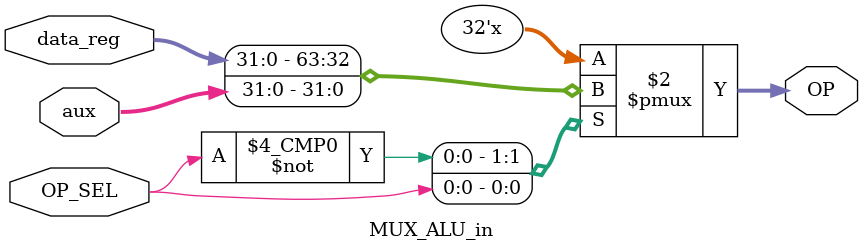
<source format=v>
module MUX_ALU_in (input [31:0]data_reg, aux, input OP_SEL,
                   output reg [31:0] OP);
always @(*) begin
    case (OP_SEL)
    0:OP=data_reg;
    1:OP=aux;
    endcase
end
endmodule
</source>
